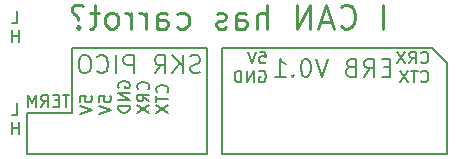
<source format=gbr>
%TF.GenerationSoftware,KiCad,Pcbnew,(6.0.7)*%
%TF.CreationDate,2023-01-15T17:04:05+01:00*%
%TF.ProjectId,I_CAN_has_carrot,495f4341-4e5f-4686-9173-5f636172726f,rev?*%
%TF.SameCoordinates,Original*%
%TF.FileFunction,Legend,Bot*%
%TF.FilePolarity,Positive*%
%FSLAX46Y46*%
G04 Gerber Fmt 4.6, Leading zero omitted, Abs format (unit mm)*
G04 Created by KiCad (PCBNEW (6.0.7)) date 2023-01-15 17:04:05*
%MOMM*%
%LPD*%
G01*
G04 APERTURE LIST*
%ADD10C,0.150000*%
%ADD11C,0.200000*%
%ADD12C,0.250000*%
%ADD13R,1.700000X1.700000*%
%ADD14O,1.700000X1.700000*%
G04 APERTURE END LIST*
D10*
X139750000Y-55750000D02*
X141000000Y-57000000D01*
X120750000Y-64750000D02*
X105500000Y-64750000D01*
X109250000Y-61250000D02*
X109250000Y-56000000D01*
X109250000Y-55750000D02*
X120750000Y-55750000D01*
X141000000Y-64750000D02*
X122000000Y-64750000D01*
X122000000Y-55750000D02*
X139750000Y-55750000D01*
X105500000Y-64750000D02*
X105500000Y-61250000D01*
X109250000Y-56000000D02*
X109250000Y-55750000D01*
X105500000Y-61250000D02*
X109250000Y-61250000D01*
X122000000Y-64750000D02*
X122000000Y-55750000D01*
X141000000Y-57000000D02*
X141000000Y-64750000D01*
X120750000Y-55750000D02*
X120750000Y-64750000D01*
D11*
X136221428Y-57392857D02*
X135721428Y-57392857D01*
X135507142Y-58178571D02*
X136221428Y-58178571D01*
X136221428Y-56678571D01*
X135507142Y-56678571D01*
X134007142Y-58178571D02*
X134507142Y-57464285D01*
X134864285Y-58178571D02*
X134864285Y-56678571D01*
X134292857Y-56678571D01*
X134150000Y-56750000D01*
X134078571Y-56821428D01*
X134007142Y-56964285D01*
X134007142Y-57178571D01*
X134078571Y-57321428D01*
X134150000Y-57392857D01*
X134292857Y-57464285D01*
X134864285Y-57464285D01*
X132864285Y-57392857D02*
X132650000Y-57464285D01*
X132578571Y-57535714D01*
X132507142Y-57678571D01*
X132507142Y-57892857D01*
X132578571Y-58035714D01*
X132650000Y-58107142D01*
X132792857Y-58178571D01*
X133364285Y-58178571D01*
X133364285Y-56678571D01*
X132864285Y-56678571D01*
X132721428Y-56750000D01*
X132650000Y-56821428D01*
X132578571Y-56964285D01*
X132578571Y-57107142D01*
X132650000Y-57250000D01*
X132721428Y-57321428D01*
X132864285Y-57392857D01*
X133364285Y-57392857D01*
X130935714Y-56678571D02*
X130435714Y-58178571D01*
X129935714Y-56678571D01*
X129150000Y-56678571D02*
X129007142Y-56678571D01*
X128864285Y-56750000D01*
X128792857Y-56821428D01*
X128721428Y-56964285D01*
X128650000Y-57250000D01*
X128650000Y-57607142D01*
X128721428Y-57892857D01*
X128792857Y-58035714D01*
X128864285Y-58107142D01*
X129007142Y-58178571D01*
X129150000Y-58178571D01*
X129292857Y-58107142D01*
X129364285Y-58035714D01*
X129435714Y-57892857D01*
X129507142Y-57607142D01*
X129507142Y-57250000D01*
X129435714Y-56964285D01*
X129364285Y-56821428D01*
X129292857Y-56750000D01*
X129150000Y-56678571D01*
X128007142Y-58035714D02*
X127935714Y-58107142D01*
X128007142Y-58178571D01*
X128078571Y-58107142D01*
X128007142Y-58035714D01*
X128007142Y-58178571D01*
X126507142Y-58178571D02*
X127364285Y-58178571D01*
X126935714Y-58178571D02*
X126935714Y-56678571D01*
X127078571Y-56892857D01*
X127221428Y-57035714D01*
X127364285Y-57107142D01*
D10*
X109982380Y-60307261D02*
X109982380Y-59831071D01*
X110458571Y-59783452D01*
X110410952Y-59831071D01*
X110363333Y-59926309D01*
X110363333Y-60164404D01*
X110410952Y-60259642D01*
X110458571Y-60307261D01*
X110553809Y-60354880D01*
X110791904Y-60354880D01*
X110887142Y-60307261D01*
X110934761Y-60259642D01*
X110982380Y-60164404D01*
X110982380Y-59926309D01*
X110934761Y-59831071D01*
X110887142Y-59783452D01*
X109982380Y-60640595D02*
X110982380Y-60973928D01*
X109982380Y-61307261D01*
X111592380Y-60307261D02*
X111592380Y-59831071D01*
X112068571Y-59783452D01*
X112020952Y-59831071D01*
X111973333Y-59926309D01*
X111973333Y-60164404D01*
X112020952Y-60259642D01*
X112068571Y-60307261D01*
X112163809Y-60354880D01*
X112401904Y-60354880D01*
X112497142Y-60307261D01*
X112544761Y-60259642D01*
X112592380Y-60164404D01*
X112592380Y-59926309D01*
X112544761Y-59831071D01*
X112497142Y-59783452D01*
X111592380Y-60640595D02*
X112592380Y-60973928D01*
X111592380Y-61307261D01*
X113250000Y-59116785D02*
X113202380Y-59021547D01*
X113202380Y-58878690D01*
X113250000Y-58735833D01*
X113345238Y-58640595D01*
X113440476Y-58592976D01*
X113630952Y-58545357D01*
X113773809Y-58545357D01*
X113964285Y-58592976D01*
X114059523Y-58640595D01*
X114154761Y-58735833D01*
X114202380Y-58878690D01*
X114202380Y-58973928D01*
X114154761Y-59116785D01*
X114107142Y-59164404D01*
X113773809Y-59164404D01*
X113773809Y-58973928D01*
X114202380Y-59592976D02*
X113202380Y-59592976D01*
X114202380Y-60164404D01*
X113202380Y-60164404D01*
X114202380Y-60640595D02*
X113202380Y-60640595D01*
X113202380Y-60878690D01*
X113250000Y-61021547D01*
X113345238Y-61116785D01*
X113440476Y-61164404D01*
X113630952Y-61212023D01*
X113773809Y-61212023D01*
X113964285Y-61164404D01*
X114059523Y-61116785D01*
X114154761Y-61021547D01*
X114202380Y-60878690D01*
X114202380Y-60640595D01*
X115717142Y-59259642D02*
X115764761Y-59212023D01*
X115812380Y-59069166D01*
X115812380Y-58973928D01*
X115764761Y-58831071D01*
X115669523Y-58735833D01*
X115574285Y-58688214D01*
X115383809Y-58640595D01*
X115240952Y-58640595D01*
X115050476Y-58688214D01*
X114955238Y-58735833D01*
X114860000Y-58831071D01*
X114812380Y-58973928D01*
X114812380Y-59069166D01*
X114860000Y-59212023D01*
X114907619Y-59259642D01*
X115812380Y-60259642D02*
X115336190Y-59926309D01*
X115812380Y-59688214D02*
X114812380Y-59688214D01*
X114812380Y-60069166D01*
X114860000Y-60164404D01*
X114907619Y-60212023D01*
X115002857Y-60259642D01*
X115145714Y-60259642D01*
X115240952Y-60212023D01*
X115288571Y-60164404D01*
X115336190Y-60069166D01*
X115336190Y-59688214D01*
X114812380Y-60592976D02*
X115812380Y-61259642D01*
X114812380Y-61259642D02*
X115812380Y-60592976D01*
X117327142Y-59497738D02*
X117374761Y-59450119D01*
X117422380Y-59307261D01*
X117422380Y-59212023D01*
X117374761Y-59069166D01*
X117279523Y-58973928D01*
X117184285Y-58926309D01*
X116993809Y-58878690D01*
X116850952Y-58878690D01*
X116660476Y-58926309D01*
X116565238Y-58973928D01*
X116470000Y-59069166D01*
X116422380Y-59212023D01*
X116422380Y-59307261D01*
X116470000Y-59450119D01*
X116517619Y-59497738D01*
X116422380Y-59783452D02*
X116422380Y-60354880D01*
X117422380Y-60069166D02*
X116422380Y-60069166D01*
X116422380Y-60592976D02*
X117422380Y-61259642D01*
X116422380Y-61259642D02*
X117422380Y-60592976D01*
X125188214Y-56047380D02*
X125664404Y-56047380D01*
X125712023Y-56523571D01*
X125664404Y-56475952D01*
X125569166Y-56428333D01*
X125331071Y-56428333D01*
X125235833Y-56475952D01*
X125188214Y-56523571D01*
X125140595Y-56618809D01*
X125140595Y-56856904D01*
X125188214Y-56952142D01*
X125235833Y-56999761D01*
X125331071Y-57047380D01*
X125569166Y-57047380D01*
X125664404Y-56999761D01*
X125712023Y-56952142D01*
X124854880Y-56047380D02*
X124521547Y-57047380D01*
X124188214Y-56047380D01*
X125140595Y-57705000D02*
X125235833Y-57657380D01*
X125378690Y-57657380D01*
X125521547Y-57705000D01*
X125616785Y-57800238D01*
X125664404Y-57895476D01*
X125712023Y-58085952D01*
X125712023Y-58228809D01*
X125664404Y-58419285D01*
X125616785Y-58514523D01*
X125521547Y-58609761D01*
X125378690Y-58657380D01*
X125283452Y-58657380D01*
X125140595Y-58609761D01*
X125092976Y-58562142D01*
X125092976Y-58228809D01*
X125283452Y-58228809D01*
X124664404Y-58657380D02*
X124664404Y-57657380D01*
X124092976Y-58657380D01*
X124092976Y-57657380D01*
X123616785Y-58657380D02*
X123616785Y-57657380D01*
X123378690Y-57657380D01*
X123235833Y-57705000D01*
X123140595Y-57800238D01*
X123092976Y-57895476D01*
X123045357Y-58085952D01*
X123045357Y-58228809D01*
X123092976Y-58419285D01*
X123140595Y-58514523D01*
X123235833Y-58609761D01*
X123378690Y-58657380D01*
X123616785Y-58657380D01*
D12*
X135642857Y-54104761D02*
X135642857Y-52104761D01*
X132023809Y-53914285D02*
X132119047Y-54009523D01*
X132404761Y-54104761D01*
X132595238Y-54104761D01*
X132880952Y-54009523D01*
X133071428Y-53819047D01*
X133166666Y-53628571D01*
X133261904Y-53247619D01*
X133261904Y-52961904D01*
X133166666Y-52580952D01*
X133071428Y-52390476D01*
X132880952Y-52200000D01*
X132595238Y-52104761D01*
X132404761Y-52104761D01*
X132119047Y-52200000D01*
X132023809Y-52295238D01*
X131261904Y-53533333D02*
X130309523Y-53533333D01*
X131452380Y-54104761D02*
X130785714Y-52104761D01*
X130119047Y-54104761D01*
X129452380Y-54104761D02*
X129452380Y-52104761D01*
X128309523Y-54104761D01*
X128309523Y-52104761D01*
X125833333Y-54104761D02*
X125833333Y-52104761D01*
X124976190Y-54104761D02*
X124976190Y-53057142D01*
X125071428Y-52866666D01*
X125261904Y-52771428D01*
X125547619Y-52771428D01*
X125738095Y-52866666D01*
X125833333Y-52961904D01*
X123166666Y-54104761D02*
X123166666Y-53057142D01*
X123261904Y-52866666D01*
X123452380Y-52771428D01*
X123833333Y-52771428D01*
X124023809Y-52866666D01*
X123166666Y-54009523D02*
X123357142Y-54104761D01*
X123833333Y-54104761D01*
X124023809Y-54009523D01*
X124119047Y-53819047D01*
X124119047Y-53628571D01*
X124023809Y-53438095D01*
X123833333Y-53342857D01*
X123357142Y-53342857D01*
X123166666Y-53247619D01*
X122309523Y-54009523D02*
X122119047Y-54104761D01*
X121738095Y-54104761D01*
X121547619Y-54009523D01*
X121452380Y-53819047D01*
X121452380Y-53723809D01*
X121547619Y-53533333D01*
X121738095Y-53438095D01*
X122023809Y-53438095D01*
X122214285Y-53342857D01*
X122309523Y-53152380D01*
X122309523Y-53057142D01*
X122214285Y-52866666D01*
X122023809Y-52771428D01*
X121738095Y-52771428D01*
X121547619Y-52866666D01*
X118214285Y-54009523D02*
X118404761Y-54104761D01*
X118785714Y-54104761D01*
X118976190Y-54009523D01*
X119071428Y-53914285D01*
X119166666Y-53723809D01*
X119166666Y-53152380D01*
X119071428Y-52961904D01*
X118976190Y-52866666D01*
X118785714Y-52771428D01*
X118404761Y-52771428D01*
X118214285Y-52866666D01*
X116500000Y-54104761D02*
X116500000Y-53057142D01*
X116595238Y-52866666D01*
X116785714Y-52771428D01*
X117166666Y-52771428D01*
X117357142Y-52866666D01*
X116500000Y-54009523D02*
X116690476Y-54104761D01*
X117166666Y-54104761D01*
X117357142Y-54009523D01*
X117452380Y-53819047D01*
X117452380Y-53628571D01*
X117357142Y-53438095D01*
X117166666Y-53342857D01*
X116690476Y-53342857D01*
X116500000Y-53247619D01*
X115547619Y-54104761D02*
X115547619Y-52771428D01*
X115547619Y-53152380D02*
X115452380Y-52961904D01*
X115357142Y-52866666D01*
X115166666Y-52771428D01*
X114976190Y-52771428D01*
X114309523Y-54104761D02*
X114309523Y-52771428D01*
X114309523Y-53152380D02*
X114214285Y-52961904D01*
X114119047Y-52866666D01*
X113928571Y-52771428D01*
X113738095Y-52771428D01*
X112785714Y-54104761D02*
X112976190Y-54009523D01*
X113071428Y-53914285D01*
X113166666Y-53723809D01*
X113166666Y-53152380D01*
X113071428Y-52961904D01*
X112976190Y-52866666D01*
X112785714Y-52771428D01*
X112500000Y-52771428D01*
X112309523Y-52866666D01*
X112214285Y-52961904D01*
X112119047Y-53152380D01*
X112119047Y-53723809D01*
X112214285Y-53914285D01*
X112309523Y-54009523D01*
X112500000Y-54104761D01*
X112785714Y-54104761D01*
X111547619Y-52771428D02*
X110785714Y-52771428D01*
X111261904Y-52104761D02*
X111261904Y-53819047D01*
X111166666Y-54009523D01*
X110976190Y-54104761D01*
X110785714Y-54104761D01*
X109833333Y-53914285D02*
X109738095Y-54009523D01*
X109833333Y-54104761D01*
X109928571Y-54009523D01*
X109833333Y-53914285D01*
X109833333Y-54104761D01*
X110214285Y-52200000D02*
X110023809Y-52104761D01*
X109547619Y-52104761D01*
X109357142Y-52200000D01*
X109261904Y-52390476D01*
X109261904Y-52580952D01*
X109357142Y-52771428D01*
X109452380Y-52866666D01*
X109642857Y-52961904D01*
X109738095Y-53057142D01*
X109833333Y-53247619D01*
X109833333Y-53342857D01*
D10*
X109059523Y-59702380D02*
X108488095Y-59702380D01*
X108773809Y-60702380D02*
X108773809Y-59702380D01*
X108154761Y-60178571D02*
X107821428Y-60178571D01*
X107678571Y-60702380D02*
X108154761Y-60702380D01*
X108154761Y-59702380D01*
X107678571Y-59702380D01*
X106678571Y-60702380D02*
X107011904Y-60226190D01*
X107250000Y-60702380D02*
X107250000Y-59702380D01*
X106869047Y-59702380D01*
X106773809Y-59750000D01*
X106726190Y-59797619D01*
X106678571Y-59892857D01*
X106678571Y-60035714D01*
X106726190Y-60130952D01*
X106773809Y-60178571D01*
X106869047Y-60226190D01*
X107250000Y-60226190D01*
X106250000Y-60702380D02*
X106250000Y-59702380D01*
X105916666Y-60416666D01*
X105583333Y-59702380D01*
X105583333Y-60702380D01*
X104190476Y-61397380D02*
X104666666Y-61397380D01*
X104666666Y-60397380D01*
X104785714Y-63007380D02*
X104785714Y-62007380D01*
X104785714Y-62483571D02*
X104214285Y-62483571D01*
X104214285Y-63007380D02*
X104214285Y-62007380D01*
D11*
X120142857Y-57807142D02*
X119928571Y-57878571D01*
X119571428Y-57878571D01*
X119428571Y-57807142D01*
X119357142Y-57735714D01*
X119285714Y-57592857D01*
X119285714Y-57450000D01*
X119357142Y-57307142D01*
X119428571Y-57235714D01*
X119571428Y-57164285D01*
X119857142Y-57092857D01*
X120000000Y-57021428D01*
X120071428Y-56950000D01*
X120142857Y-56807142D01*
X120142857Y-56664285D01*
X120071428Y-56521428D01*
X120000000Y-56450000D01*
X119857142Y-56378571D01*
X119500000Y-56378571D01*
X119285714Y-56450000D01*
X118642857Y-57878571D02*
X118642857Y-56378571D01*
X117785714Y-57878571D02*
X118428571Y-57021428D01*
X117785714Y-56378571D02*
X118642857Y-57235714D01*
X116285714Y-57878571D02*
X116785714Y-57164285D01*
X117142857Y-57878571D02*
X117142857Y-56378571D01*
X116571428Y-56378571D01*
X116428571Y-56450000D01*
X116357142Y-56521428D01*
X116285714Y-56664285D01*
X116285714Y-56878571D01*
X116357142Y-57021428D01*
X116428571Y-57092857D01*
X116571428Y-57164285D01*
X117142857Y-57164285D01*
X114500000Y-57878571D02*
X114500000Y-56378571D01*
X113928571Y-56378571D01*
X113785714Y-56450000D01*
X113714285Y-56521428D01*
X113642857Y-56664285D01*
X113642857Y-56878571D01*
X113714285Y-57021428D01*
X113785714Y-57092857D01*
X113928571Y-57164285D01*
X114500000Y-57164285D01*
X113000000Y-57878571D02*
X113000000Y-56378571D01*
X111428571Y-57735714D02*
X111500000Y-57807142D01*
X111714285Y-57878571D01*
X111857142Y-57878571D01*
X112071428Y-57807142D01*
X112214285Y-57664285D01*
X112285714Y-57521428D01*
X112357142Y-57235714D01*
X112357142Y-57021428D01*
X112285714Y-56735714D01*
X112214285Y-56592857D01*
X112071428Y-56450000D01*
X111857142Y-56378571D01*
X111714285Y-56378571D01*
X111500000Y-56450000D01*
X111428571Y-56521428D01*
X110500000Y-56378571D02*
X110214285Y-56378571D01*
X110071428Y-56450000D01*
X109928571Y-56592857D01*
X109857142Y-56878571D01*
X109857142Y-57378571D01*
X109928571Y-57664285D01*
X110071428Y-57807142D01*
X110214285Y-57878571D01*
X110500000Y-57878571D01*
X110642857Y-57807142D01*
X110785714Y-57664285D01*
X110857142Y-57378571D01*
X110857142Y-56878571D01*
X110785714Y-56592857D01*
X110642857Y-56450000D01*
X110500000Y-56378571D01*
D10*
X104190476Y-53647380D02*
X104666666Y-53647380D01*
X104666666Y-52647380D01*
X104785714Y-55257380D02*
X104785714Y-54257380D01*
X104785714Y-54733571D02*
X104214285Y-54733571D01*
X104214285Y-55257380D02*
X104214285Y-54257380D01*
X138842976Y-56952142D02*
X138890595Y-56999761D01*
X139033452Y-57047380D01*
X139128690Y-57047380D01*
X139271547Y-56999761D01*
X139366785Y-56904523D01*
X139414404Y-56809285D01*
X139462023Y-56618809D01*
X139462023Y-56475952D01*
X139414404Y-56285476D01*
X139366785Y-56190238D01*
X139271547Y-56095000D01*
X139128690Y-56047380D01*
X139033452Y-56047380D01*
X138890595Y-56095000D01*
X138842976Y-56142619D01*
X137842976Y-57047380D02*
X138176309Y-56571190D01*
X138414404Y-57047380D02*
X138414404Y-56047380D01*
X138033452Y-56047380D01*
X137938214Y-56095000D01*
X137890595Y-56142619D01*
X137842976Y-56237857D01*
X137842976Y-56380714D01*
X137890595Y-56475952D01*
X137938214Y-56523571D01*
X138033452Y-56571190D01*
X138414404Y-56571190D01*
X137509642Y-56047380D02*
X136842976Y-57047380D01*
X136842976Y-56047380D02*
X137509642Y-57047380D01*
X138842976Y-58562142D02*
X138890595Y-58609761D01*
X139033452Y-58657380D01*
X139128690Y-58657380D01*
X139271547Y-58609761D01*
X139366785Y-58514523D01*
X139414404Y-58419285D01*
X139462023Y-58228809D01*
X139462023Y-58085952D01*
X139414404Y-57895476D01*
X139366785Y-57800238D01*
X139271547Y-57705000D01*
X139128690Y-57657380D01*
X139033452Y-57657380D01*
X138890595Y-57705000D01*
X138842976Y-57752619D01*
X138557261Y-57657380D02*
X137985833Y-57657380D01*
X138271547Y-58657380D02*
X138271547Y-57657380D01*
X137747738Y-57657380D02*
X137081071Y-58657380D01*
X137081071Y-57657380D02*
X137747738Y-58657380D01*
%LPC*%
D13*
%TO.C,J4*%
X117560000Y-63000000D03*
D14*
X115020000Y-63000000D03*
X112480000Y-63000000D03*
X109940000Y-63000000D03*
X107400000Y-63000000D03*
%TD*%
D13*
%TO.C,J2*%
X139000000Y-63000000D03*
D14*
X139000000Y-60460000D03*
X136460000Y-63000000D03*
X136460000Y-60460000D03*
X133920000Y-63000000D03*
X133920000Y-60460000D03*
X131380000Y-63000000D03*
X131380000Y-60460000D03*
X128840000Y-63000000D03*
X128840000Y-60460000D03*
X126300000Y-63000000D03*
X126300000Y-60460000D03*
X123760000Y-63000000D03*
X123760000Y-60460000D03*
%TD*%
D13*
%TO.C,J1*%
X107410000Y-58250000D03*
D14*
X107410000Y-55710000D03*
%TD*%
D13*
%TO.C,J3*%
X102000000Y-63000000D03*
D14*
X102000000Y-60460000D03*
%TD*%
D13*
%TO.C,J5*%
X102000000Y-55275000D03*
D14*
X102000000Y-52735000D03*
%TD*%
M02*

</source>
